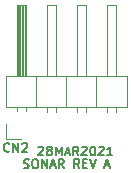
<source format=gbr>
%TF.GenerationSoftware,KiCad,Pcbnew,5.1.9-73d0e3b20d~88~ubuntu20.04.1*%
%TF.CreationDate,2021-04-02T21:02:10-07:00*%
%TF.ProjectId,sonar_adapter,736f6e61-725f-4616-9461-707465722e6b,rev?*%
%TF.SameCoordinates,Original*%
%TF.FileFunction,Legend,Top*%
%TF.FilePolarity,Positive*%
%FSLAX46Y46*%
G04 Gerber Fmt 4.6, Leading zero omitted, Abs format (unit mm)*
G04 Created by KiCad (PCBNEW 5.1.9-73d0e3b20d~88~ubuntu20.04.1) date 2021-04-02 21:02:10*
%MOMM*%
%LPD*%
G01*
G04 APERTURE LIST*
%ADD10C,0.150000*%
%ADD11C,0.120000*%
G04 APERTURE END LIST*
D10*
X97636800Y-105045314D02*
X97672514Y-105009600D01*
X97743942Y-104973885D01*
X97922514Y-104973885D01*
X97993942Y-105009600D01*
X98029657Y-105045314D01*
X98065371Y-105116742D01*
X98065371Y-105188171D01*
X98029657Y-105295314D01*
X97601085Y-105723885D01*
X98065371Y-105723885D01*
X98493942Y-105295314D02*
X98422514Y-105259600D01*
X98386800Y-105223885D01*
X98351085Y-105152457D01*
X98351085Y-105116742D01*
X98386800Y-105045314D01*
X98422514Y-105009600D01*
X98493942Y-104973885D01*
X98636800Y-104973885D01*
X98708228Y-105009600D01*
X98743942Y-105045314D01*
X98779657Y-105116742D01*
X98779657Y-105152457D01*
X98743942Y-105223885D01*
X98708228Y-105259600D01*
X98636800Y-105295314D01*
X98493942Y-105295314D01*
X98422514Y-105331028D01*
X98386800Y-105366742D01*
X98351085Y-105438171D01*
X98351085Y-105581028D01*
X98386800Y-105652457D01*
X98422514Y-105688171D01*
X98493942Y-105723885D01*
X98636800Y-105723885D01*
X98708228Y-105688171D01*
X98743942Y-105652457D01*
X98779657Y-105581028D01*
X98779657Y-105438171D01*
X98743942Y-105366742D01*
X98708228Y-105331028D01*
X98636800Y-105295314D01*
X99101085Y-105723885D02*
X99101085Y-104973885D01*
X99351085Y-105509600D01*
X99601085Y-104973885D01*
X99601085Y-105723885D01*
X99922514Y-105509600D02*
X100279657Y-105509600D01*
X99851085Y-105723885D02*
X100101085Y-104973885D01*
X100351085Y-105723885D01*
X101029657Y-105723885D02*
X100779657Y-105366742D01*
X100601085Y-105723885D02*
X100601085Y-104973885D01*
X100886800Y-104973885D01*
X100958228Y-105009600D01*
X100993942Y-105045314D01*
X101029657Y-105116742D01*
X101029657Y-105223885D01*
X100993942Y-105295314D01*
X100958228Y-105331028D01*
X100886800Y-105366742D01*
X100601085Y-105366742D01*
X101315371Y-105045314D02*
X101351085Y-105009600D01*
X101422514Y-104973885D01*
X101601085Y-104973885D01*
X101672514Y-105009600D01*
X101708228Y-105045314D01*
X101743942Y-105116742D01*
X101743942Y-105188171D01*
X101708228Y-105295314D01*
X101279657Y-105723885D01*
X101743942Y-105723885D01*
X102208228Y-104973885D02*
X102279657Y-104973885D01*
X102351085Y-105009600D01*
X102386800Y-105045314D01*
X102422514Y-105116742D01*
X102458228Y-105259600D01*
X102458228Y-105438171D01*
X102422514Y-105581028D01*
X102386800Y-105652457D01*
X102351085Y-105688171D01*
X102279657Y-105723885D01*
X102208228Y-105723885D01*
X102136800Y-105688171D01*
X102101085Y-105652457D01*
X102065371Y-105581028D01*
X102029657Y-105438171D01*
X102029657Y-105259600D01*
X102065371Y-105116742D01*
X102101085Y-105045314D01*
X102136800Y-105009600D01*
X102208228Y-104973885D01*
X102743942Y-105045314D02*
X102779657Y-105009600D01*
X102851085Y-104973885D01*
X103029657Y-104973885D01*
X103101085Y-105009600D01*
X103136800Y-105045314D01*
X103172514Y-105116742D01*
X103172514Y-105188171D01*
X103136800Y-105295314D01*
X102708228Y-105723885D01*
X103172514Y-105723885D01*
X103886800Y-105723885D02*
X103458228Y-105723885D01*
X103672514Y-105723885D02*
X103672514Y-104973885D01*
X103601085Y-105081028D01*
X103529657Y-105152457D01*
X103458228Y-105188171D01*
X96400200Y-106754971D02*
X96507342Y-106790685D01*
X96685914Y-106790685D01*
X96757342Y-106754971D01*
X96793057Y-106719257D01*
X96828771Y-106647828D01*
X96828771Y-106576400D01*
X96793057Y-106504971D01*
X96757342Y-106469257D01*
X96685914Y-106433542D01*
X96543057Y-106397828D01*
X96471628Y-106362114D01*
X96435914Y-106326400D01*
X96400200Y-106254971D01*
X96400200Y-106183542D01*
X96435914Y-106112114D01*
X96471628Y-106076400D01*
X96543057Y-106040685D01*
X96721628Y-106040685D01*
X96828771Y-106076400D01*
X97293057Y-106040685D02*
X97435914Y-106040685D01*
X97507342Y-106076400D01*
X97578771Y-106147828D01*
X97614485Y-106290685D01*
X97614485Y-106540685D01*
X97578771Y-106683542D01*
X97507342Y-106754971D01*
X97435914Y-106790685D01*
X97293057Y-106790685D01*
X97221628Y-106754971D01*
X97150200Y-106683542D01*
X97114485Y-106540685D01*
X97114485Y-106290685D01*
X97150200Y-106147828D01*
X97221628Y-106076400D01*
X97293057Y-106040685D01*
X97935914Y-106790685D02*
X97935914Y-106040685D01*
X98364485Y-106790685D01*
X98364485Y-106040685D01*
X98685914Y-106576400D02*
X99043057Y-106576400D01*
X98614485Y-106790685D02*
X98864485Y-106040685D01*
X99114485Y-106790685D01*
X99793057Y-106790685D02*
X99543057Y-106433542D01*
X99364485Y-106790685D02*
X99364485Y-106040685D01*
X99650200Y-106040685D01*
X99721628Y-106076400D01*
X99757342Y-106112114D01*
X99793057Y-106183542D01*
X99793057Y-106290685D01*
X99757342Y-106362114D01*
X99721628Y-106397828D01*
X99650200Y-106433542D01*
X99364485Y-106433542D01*
X101114485Y-106790685D02*
X100864485Y-106433542D01*
X100685914Y-106790685D02*
X100685914Y-106040685D01*
X100971628Y-106040685D01*
X101043057Y-106076400D01*
X101078771Y-106112114D01*
X101114485Y-106183542D01*
X101114485Y-106290685D01*
X101078771Y-106362114D01*
X101043057Y-106397828D01*
X100971628Y-106433542D01*
X100685914Y-106433542D01*
X101435914Y-106397828D02*
X101685914Y-106397828D01*
X101793057Y-106790685D02*
X101435914Y-106790685D01*
X101435914Y-106040685D01*
X101793057Y-106040685D01*
X102007342Y-106040685D02*
X102257342Y-106790685D01*
X102507342Y-106040685D01*
X103293057Y-106576400D02*
X103650200Y-106576400D01*
X103221628Y-106790685D02*
X103471628Y-106040685D01*
X103721628Y-106790685D01*
D11*
%TO.C,CN2*%
X94920000Y-104370000D02*
X94920000Y-103100000D01*
X96190000Y-104370000D02*
X94920000Y-104370000D01*
X104190000Y-102057071D02*
X104190000Y-101660000D01*
X103430000Y-102057071D02*
X103430000Y-101660000D01*
X104190000Y-93000000D02*
X104190000Y-99000000D01*
X103430000Y-93000000D02*
X104190000Y-93000000D01*
X103430000Y-99000000D02*
X103430000Y-93000000D01*
X102540000Y-101660000D02*
X102540000Y-99000000D01*
X101650000Y-102057071D02*
X101650000Y-101660000D01*
X100890000Y-102057071D02*
X100890000Y-101660000D01*
X101650000Y-93000000D02*
X101650000Y-99000000D01*
X100890000Y-93000000D02*
X101650000Y-93000000D01*
X100890000Y-99000000D02*
X100890000Y-93000000D01*
X100000000Y-101660000D02*
X100000000Y-99000000D01*
X99110000Y-102057071D02*
X99110000Y-101660000D01*
X98350000Y-102057071D02*
X98350000Y-101660000D01*
X99110000Y-93000000D02*
X99110000Y-99000000D01*
X98350000Y-93000000D02*
X99110000Y-93000000D01*
X98350000Y-99000000D02*
X98350000Y-93000000D01*
X97460000Y-101660000D02*
X97460000Y-99000000D01*
X96570000Y-101990000D02*
X96570000Y-101660000D01*
X95810000Y-101990000D02*
X95810000Y-101660000D01*
X96470000Y-99000000D02*
X96470000Y-93000000D01*
X96350000Y-99000000D02*
X96350000Y-93000000D01*
X96230000Y-99000000D02*
X96230000Y-93000000D01*
X96110000Y-99000000D02*
X96110000Y-93000000D01*
X95990000Y-99000000D02*
X95990000Y-93000000D01*
X95870000Y-99000000D02*
X95870000Y-93000000D01*
X96570000Y-93000000D02*
X96570000Y-99000000D01*
X95810000Y-93000000D02*
X96570000Y-93000000D01*
X95810000Y-99000000D02*
X95810000Y-93000000D01*
X94860000Y-99000000D02*
X94860000Y-101660000D01*
X105140000Y-99000000D02*
X94860000Y-99000000D01*
X105140000Y-101660000D02*
X105140000Y-99000000D01*
X94860000Y-101660000D02*
X105140000Y-101660000D01*
D10*
X95189342Y-105347657D02*
X95153628Y-105383371D01*
X95046485Y-105419085D01*
X94975057Y-105419085D01*
X94867914Y-105383371D01*
X94796485Y-105311942D01*
X94760771Y-105240514D01*
X94725057Y-105097657D01*
X94725057Y-104990514D01*
X94760771Y-104847657D01*
X94796485Y-104776228D01*
X94867914Y-104704800D01*
X94975057Y-104669085D01*
X95046485Y-104669085D01*
X95153628Y-104704800D01*
X95189342Y-104740514D01*
X95510771Y-105419085D02*
X95510771Y-104669085D01*
X95939342Y-105419085D01*
X95939342Y-104669085D01*
X96260771Y-104740514D02*
X96296485Y-104704800D01*
X96367914Y-104669085D01*
X96546485Y-104669085D01*
X96617914Y-104704800D01*
X96653628Y-104740514D01*
X96689342Y-104811942D01*
X96689342Y-104883371D01*
X96653628Y-104990514D01*
X96225057Y-105419085D01*
X96689342Y-105419085D01*
%TD*%
M02*

</source>
